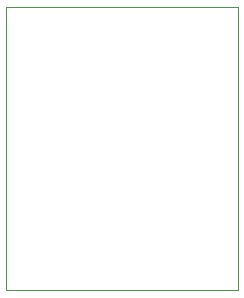
<source format=gbr>
%TF.GenerationSoftware,KiCad,Pcbnew,(6.0.1)*%
%TF.CreationDate,2022-07-01T15:08:56-07:00*%
%TF.ProjectId,mu100-dit,6d753130-302d-4646-9974-2e6b69636164,rev?*%
%TF.SameCoordinates,Original*%
%TF.FileFunction,Profile,NP*%
%FSLAX46Y46*%
G04 Gerber Fmt 4.6, Leading zero omitted, Abs format (unit mm)*
G04 Created by KiCad (PCBNEW (6.0.1)) date 2022-07-01 15:08:56*
%MOMM*%
%LPD*%
G01*
G04 APERTURE LIST*
%TA.AperFunction,Profile*%
%ADD10C,0.100000*%
%TD*%
G04 APERTURE END LIST*
D10*
X41656000Y-93614000D02*
X61270000Y-93614000D01*
X61270000Y-93614000D02*
X61270000Y-117598000D01*
X61270000Y-117598000D02*
X41656000Y-117598000D01*
X41656000Y-117598000D02*
X41656000Y-93614000D01*
M02*

</source>
